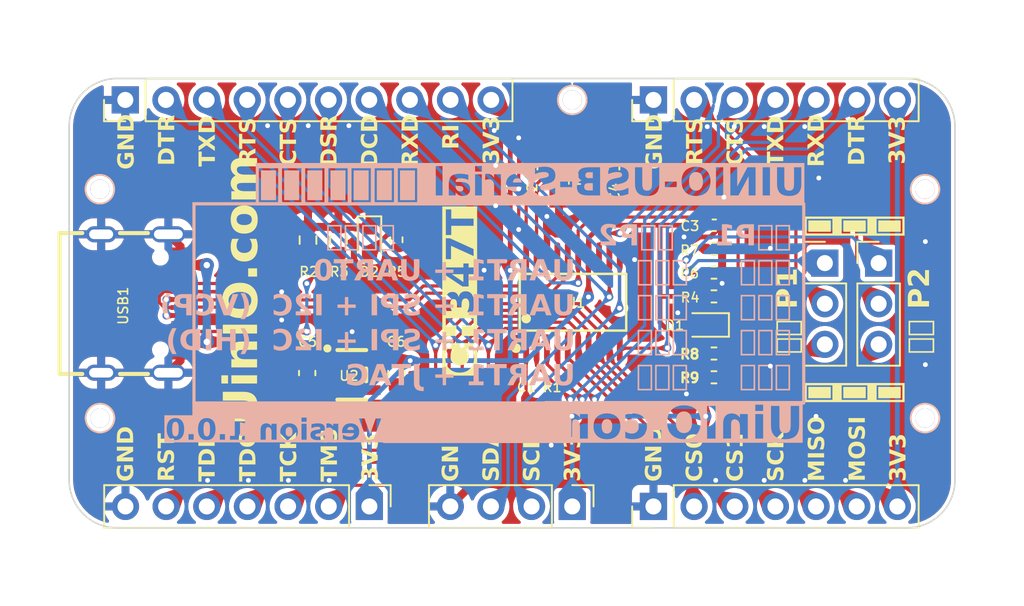
<source format=kicad_pcb>
(kicad_pcb (version 20221018) (generator pcbnew)
  (title_block (title "UINIO-USB-Serial") (date "2024-01-09") (rev "Version 1.0.0") (company "UinIO.com 电子技术实验室"))
  (layers (0 "F.Cu" signal) (31 "B.Cu" signal) (34 "B.Paste" user) (35 "F.Paste" user) (36 "B.SilkS" user "B.Silkscreen") (37 "F.SilkS" user "F.Silkscreen") (38 "B.Mask" user) (39 "F.Mask" user) (44 "Edge.Cuts" user))
  (net 0 "")
  (net 1 "Net-(U1-RST#)")
  (net 2 "GND")
  (net 3 "Net-(U1-XO)")
  (net 4 "Net-(U1-XI)")
  (net 5 "/VDD_3.3V")
  (net 6 "/VDD_5V")
  (net 7 "/DCD0{slash}IO4")
  (net 8 "Net-(D1-A)")
  (net 9 "Net-(D2-A)")
  (net 10 "/CTS0{slash}SCK{slash}TCK")
  (net 11 "/JTAG_TDI")
  (net 12 "/I2C_SDA")
  (net 13 "/JTAG_TDO")
  (net 14 "/DTR0{slash}IO5")
  (net 15 "/DSR0{slash}CS0{slash}TMS")
  (net 16 "/I2C_SCL")
  (net 17 "/CTS1{slash}IO6")
  (net 18 "/TXD1")
  (net 19 "/RXD1")
  (net 20 "/RTS1{slash}IO7")
  (net 21 "/DTR1")
  (net 22 "Net-(J5-Pin_1)")
  (net 23 "Net-(J5-Pin_3)")
  (net 24 "Net-(J6-Pin_1)")
  (net 25 "Net-(J6-Pin_3)")
  (net 26 "Net-(USB1-CC1)")
  (net 27 "Net-(USB1-CC2)")
  (net 28 "/USB_Data-")
  (net 29 "/USB_Data+")
  (footprint "Connector_PinHeader_2.54mm:PinHeader_1x10_P2.54mm_Vertical" (layer "F.Cu") (at 130.14 87.22 90)
    (fp_text reference "J2" hide)
    (fp_text value "Conn_01x10_Pin")
  )
  (footprint "Connector_PinHeader_2.54mm:PinHeader_1x03_P2.54mm_Vertical" (layer "F.Cu") (at 177.20973 97.415)
    (fp_text reference "J6" hide)
    (fp_text value "排针P2")
  )
  (footprint "Uinio:Hole-1mm" (layer "F.Cu") (at 128.55 92.8)
    (fp_text reference "HOLE**" hide)
    (fp_text value "Hole-1mm" hide)
  )
  (footprint "Resistor_SMD:R_0402_1005Metric" (layer "F.Cu") (at 166.92 103.065 180)
    (fp_text reference "R8")
    (fp_text value "4.7K")
  )
  (footprint "Connector_PinHeader_2.54mm:PinHeader_1x04_P2.54mm_Vertical" (layer "F.Cu") (at 158.065 112.62 -90)
    (fp_text reference "J3" hide)
    (fp_text value "Conn_01x04_Pin")
  )
  (footprint "Connector_PinHeader_2.54mm:PinHeader_1x07_P2.54mm_Vertical" (layer "F.Cu") (at 145.39 112.62 -90)
    (fp_text reference "J7" hide)
    (fp_text value "Conn_01x07_Pin")
  )
  (footprint "Connector_PinHeader_2.54mm:PinHeader_1x07_P2.54mm_Vertical" (layer "F.Cu") (at 163.14 87.22 90)
    (fp_text reference "J4" hide)
    (fp_text value "Conn_01x07_Pin")
  )
  (footprint "Capacitor_SMD:C_0603_1608Metric" (layer "F.Cu") (at 141.505 104.285 90)
    (fp_text reference "C5")
    (fp_text value "1uF")
  )
  (footprint "Uinio:SOT-23-5_L3.0-W1.7-P0.95-LS2.8-BR" (layer "F.Cu") (at 144.29 104.399 180)
    (fp_text reference "U2")
    (fp_text value "ME6211C33M5G")
  )
  (footprint "Capacitor_SMD:C_0402_1005Metric" (layer "F.Cu") (at 160.65 91.46 -90)
    (fp_text reference "C4")
    (fp_text value "20pF")
  )
  (footprint "Uinio:USB-C-SMD_TYPEC-304J-BCP16" (layer "F.Cu") (at 131.111 99.94 -90)
    (fp_text reference "USB1")
    (fp_text value "USB_Type_C_16Pin")
  )
  (footprint "Resistor_SMD:R_0402_1005Metric" (layer "F.Cu") (at 166.92 104.55 180)
    (fp_text reference "R9")
    (fp_text value "4.7K")
  )
  (footprint "Uinio:TSSOP-20_L6.5-W4.4-P0.65-LS6.4-BL" (layer "F.Cu") (at 158.111833 99.861)
    (fp_text reference "U1")
    (fp_text value "CH347T")
  )
  (footprint "Connector_PinHeader_2.54mm:PinHeader_1x07_P2.54mm_Vertical" (layer "F.Cu") (at 163.14 112.62 90)
    (fp_text reference "J1" hide)
    (fp_text value "Conn_01x07_Pin")
  )
  (footprint "LED_SMD:LED_0603_1608Metric" (layer "F.Cu") (at 166.37 101.28 180)
    (fp_text reference "D1")
    (fp_text value "LED Blue")
  )
  (footprint "Capacitor_SMD:C_0402_1005Metric" (layer "F.Cu") (at 155.18 106.44 -90)
    (fp_text reference "C1")
    (fp_text value "0.1uF")
  )
  (footprint "Resistor_SMD:R_0402_1005Metric" (layer "F.Cu") (at 166.92 99.495 180)
    (fp_text reference "R4")
    (fp_text value "2K")
  )
  (footprint "LED_SMD:LED_0603_1608Metric" (layer "F.Cu") (at 145.398332 95.9775 -90)
    (fp_text reference "D2")
    (fp_text value "LED_Red")
  )
  (footprint "Resistor_SMD:R_0402_1005Metric" (layer "F.Cu") (at 166.92 98.01)
    (fp_text reference "R6")
    (fp_text value "4.7K")
  )
  (footprint "Capacitor_SMD:C_0402_1005Metric" (layer "F.Cu") (at 166.94 95.05)
    (fp_text reference "C3")
    (fp_text value "0.1uF")
  )
  (footprint "Connector_PinHeader_2.54mm:PinHeader_1x03_P2.54mm_Vertical" (layer "F.Cu") (at 173.85 97.415)
    (fp_text reference "J5" hide)
    (fp_text value "排针P1")
  )
  (footprint "Capacitor_SMD:C_0603_1608Metric" (layer "F.Cu") (at 147.075 104.285 90)
    (fp_text reference "C6")
    (fp_text value "1uF")
  )
  (footprint "Resistor_SMD:R_0402_1005Metric" (layer "F.Cu") (at 166.92 96.525)
    (fp_text reference "R7")
    (fp_text value "4.7K")
  )
  (footprint "Uinio:Hole-1mm" (layer "F.Cu") (at 180.11 107.1)
    (fp_text reference "HOLE**" hide)
    (fp_text value "Hole-1mm" hide)
  )
  (footprint "Uinio:Hole-1mm" (layer "F.Cu") (at 180.11 92.8)
    (fp_text reference "HOLE**" hide)
    (fp_text value "Hole-1mm" hide)
  )
  (footprint "Uinio:Hole-1mm" (layer "F.Cu") (at 128.56 107.1)
    (fp_text reference "HOLE**" hide)
    (fp_text value "Hole-1mm" hide)
  )
  (footprint "Resistor_SMD:R_0603_1608Metric" (layer "F.Cu") (at 143.456666 95.9775 90)
    (fp_text reference "R3")
    (fp_text value "5.1K")
  )
  (footprint "Capacitor_SMD:C_0402_1005Metric" (layer "F.Cu") (at 155.53 91.46 90)
    (fp_text reference "C2")
    (fp_text value "20pF")
  )
  (footprint "Resistor_SMD:R_0402_1005Metric" (layer "F.Cu") (at 147.08 95.9575 -90)
    (fp_text reference "R5")
    (fp_text value "2K")
  )
  (footprint "Crystal:Crystal_SMD_3225-4Pin_3.2x2.5mm" (layer "F.Cu") (at 158.09 92.15 -90)
    (fp_text reference "Y1")
    (fp_text value "8MHz")
  )
  (footprint "Uinio:Hole-1mm" (layer "F.Cu") (at 158.065 87.22)
    (fp_text reference "HOLE**" hide)
    (fp_text value "Hole-1mm" hide)
  )
  (footprint "Resistor_SMD:R_0603_1608Metric" (layer "F.Cu") (at 141.555 95.9775 90)
    (fp_text reference "R2")
    (fp_text value "5.1K")
  )
  (footprint "Resistor_SMD:R_0402_1005Metric" (layer "F.Cu") (at 156.77 106.45 90)
    (fp_text reference "R1")
    (fp_text value "4.7K")
  )
  (gr_rect (start 146.31 106.2) (end 157.91 108.56) (stroke (width 0.2)) (fill solid) (layer "B.SilkS"))
  (gr_rect (start 134.43 106.19) (end 146.15 106.92) (stroke (width 0.2)) (fill solid) (layer "B.SilkS"))
  (gr_rect (start 134.43 93.71) (end 172.53 106.156) (stroke (width 0.2)) (fill none) (layer "B.SilkS"))
  (gr_line (start 129.63 85.88) (end 178.98 85.88) (stroke (width 0.1)) (layer "Edge.Cuts"))
  (gr_line (start 178.98 113.96) (end 129.63 113.96) (stroke (width 0.1)) (layer "Edge.Cuts"))
  (gr_arc (start 129.63 113.96) (mid 127.50868 113.08132) (end 126.63 110.96) (stroke (width 0.1)) (layer "Edge.Cuts"))
  (gr_line (start 181.98 88.88) (end 181.98 110.96) (stroke (width 0.1)) (layer "Edge.Cuts"))
  (gr_line (start 126.63 110.96) (end 126.63 88.88) (stroke (width 0.1)) (layer "Edge.Cuts"))
  (gr_arc (start 126.63 88.88) (mid 127.50868 86.75868) (end 129.63 85.88) (stroke (width 0.1)) (layer "Edge.Cuts"))
  (gr_arc (start 178.98 85.88) (mid 181.10132 86.75868) (end 181.98 88.88) (stroke (width 0.1)) (layer "Edge.Cuts"))
  (gr_arc (start 181.98 110.96) (mid 181.10132 113.08132) (end 178.98 113.96) (stroke (width 0.1)) (layer "Edge.Cuts"))
  (gr_text "排针P1    排针P2                    工作模式\n高电平     高电平      UART1 + UART0\n低电平     高电平      UART1 + SPI + I2C  (VCP)      \n高电平     低电平      UART1 + SPI + I2C  (HID)\n低电平     低电平      UART1 + JTAG  " (at 171.768 105.267) (layer "B.SilkS") (effects (font (size 1.3 1.3) (thickness 0.24) bold) (justify left bottom mirror)))
  (gr_text "Version 1.0.0" (at 146.14 108.67) (layer "B.SilkS" knockout) (effects (font (size 1.3 1.3) (thickness 0.15) bold) (justify left bottom mirror)))
  (gr_text "UinIO.com" (at 172.5 108.72) (layer "B.SilkS" knockout) (effects (font (size 2 2) (thickness 0.3) bold) (justify left bottom mirror)))
  (gr_text "UINIO-USB-Serial 串行协议转换器" (at 172.6 93.48) (layer "B.SilkS" knockout) (effects (font (size 1.725 1.725) (thickness 0.3) bold) (justify left bottom mirror)))
  (gr_text "RST" (at 133.346666 111.08 90) (layer "F.SilkS") (effects (font (size 1 1) (thickness 0.24) bold) (justify left bottom)))
  (gr_text "SCL" (at 156.183332 111.08 90) (layer "F.SilkS") (effects (font (size 1 1) (thickness 0.24) bold) (justify left bottom)))
  (gr_text "CTS" (at 140.976664 91.337244 90) (layer "F.SilkS") (effects (font (size 1 1) (thickness 0.24) bold) (justify left bottom)))
  (gr_text "UinIO.com" (at 138.73 107.5721 90) (layer "F.SilkS") (effects (font (size 2.1 2.1) (thickness 0.3) bold) (justify left bottom)))
  (gr_text "DCD" (at 146.049996 91.460342 90) (layer "F.SilkS") (effects (font (size 1 1) (thickness 0.24) bold) (justify left bottom)))
  (gr_text "TXD" (at 171.42 91.39 90) (layer "F.SilkS") (effects (font (size 1 1) (thickness 0.24) bold) (justify left bottom)))
  (gr_text "SCK" (at 171.429996 111.08 90) (layer "F.SilkS") (effects (font (size 1 1) (thickness 0.24) bold) (justify left bottom)))
  (gr_text "CTS" (at 168.89 91.337244 90) (layer "F.SilkS") (effects (font (size 1 1) (thickness 0.24) bold) (justify left bottom)))
  (gr_text "低\n电\n平" (at 178.585636 95.65 90) (layer "F.SilkS" knockout) (effects (font (size 1.3 1.3) (thickness 0.26) bold) (justify left bottom)))
  (gr_text "GND" (at 151.1 111.08 90) (layer "F.SilkS") (effects (font (size 1 1) (thickness 0.24) bold) (justify left bottom)))
  (gr_text "RTS" (at 166.36 91.300119 90) (layer "F.SilkS") (effects (font (size 1 1) (thickness 0.24) bold) (justify left bottom)))
  (gr_text "RXD" (at 148.586672 91.417356 90) (layer "F.SilkS") (effects (font (size 1 1) (thickness 0.24) bold) (justify left bottom)))
  (gr_text "CS1" (at 168.886664 111.08 90) (layer "F.SilkS") (effects (font (size 1 1) (thickness 0.24) bold) (justify left bottom)))
  (gr_text "MOSI" (at 176.51666 111.08 90) (layer "F.SilkS") (effects (font (size 1 1) (thickness 0.24) bold) (justify left bottom)))
  (gr_text "排针 P1" (at 172.32 103.108807 90) (layer "F.SilkS") (effects (font (size 1.3 1.3) (thickness 0.26) bold) (justify left bottom)))
  (gr_text "GND" (at 130.83 91.576602 90) (layer "F.SilkS") (effects (font (size 1 1) (thickness 0.24) bold) (justify left bottom)))
  (gr_text "TCK" (at 140.986664 111.08 90) (layer "F.SilkS") (effects (font (size 1 1) (thickness 0.24) bold) (justify left bottom)))
  (gr_text "GND" (at 163.83 91.576602 90) (layer "F.SilkS") (effects (font (size 1 1) (thickness 0.24) bold) (justify left bottom)))
  (gr_text "CH347T" (at 152.19 104.376964 90) (layer "F.SilkS" knockout) (effects (font (size 1.7 1.7) (thickness 0.3) bold) (justify left bottom)))
  (gr_text "TXD" (at 135.903332 91.39 90) (layer "F.SilkS") (effects (font (size 1 1) (thickness 0.24) bold) (justify left bottom)))
  (gr_text "TDI" (at 135.893332 111.08 90) (layer "F.SilkS") (effects (font (size 1 1) (thickness 0.24) bold) (justify left bottom)))
  (gr_text "RI" (at 151.123338 90.32 90) (layer "F.SilkS") (effects (font (size 1 1) (thickness 0.24) bold) (justify left bottom)))
  (gr_text "高\n电\n平" (at 178.585636 106.05 90) (layer "F.SilkS" knockout) (effects (font (size 1.3 1.3) (thickness 0.22) bold) (justify left bottom)))
  (gr_text "DSR" (at 143.510002 91.389024 90) (layer "F.SilkS") (effects (font (size 1 1) (thickness 0.24) bold) (justify left bottom)))
  (gr_text "3V3" (at 158.724998 111.08 90) (layer "F.SilkS") (effects (font (size 1 1) (thickness 0.24) bold) (justify left bottom)))
  (gr_text "3V3" (at 179.01 91.247363 90) (layer "F.SilkS") (effects (font (size 1 1) (thickness 0.24) bold) (justify left bottom)))
  (gr_text "3V3" (at 179.059996 111.08 90) (layer "F.SilkS") (effects (font (size 1 1) (thickness 0.24) bold) (justify left bottom)))
  (gr_text "RTS" (at 138.43667 91.300119 90) (layer "F.SilkS") (effects (font (size 1 1) (thickness 0.24) bold) (justify left bottom)))
  (gr_text "排针 P2" (at 180.58 103.108807 90) (layer "F.SilkS") (effects (font (size 1.3 1.3) (thickness 0.24) bold) (justify left bottom)))
  (gr_text "3V3" (at 146.08 111.08 90) (layer "F.SilkS") (effects (font (size 1 1) (thickness 0.24) bold) (justify left bottom)))
  (gr_text "CS0" (at 166.343332 111.08 90) (layer "F.SilkS") (effects (font (size 1 1) (thickness 0.24) bold) (justify left bottom)))
  (gr_text "SDA" (at 153.641666 111.08 90) (layer "F.SilkS") (effects (font (size 1 1) (thickness 0.24) bold) (justify left bottom)))
  (gr_text "RXD" (at 173.95 91.417356 90) (layer "F.SilkS") (effects (font (size 1 1) (thickness 0.24) bold) (justify left bottom)))
  (gr_text "DTR" (at 176.48 91.33529 90) (layer "F.SilkS") (effects (font (size 1 1) (thickness 0.24) bold) (justify left bottom)))
  (gr_text "TMS" (at 143.53333 111.08 90) (layer "F.SilkS") (effects (font (size 1 1) (thickness 0.24) bold) (justify left bottom)))
  (gr_text "GND" (at 130.8 111.08 90) (layer "F.SilkS") (effects (font (size 1 1) (thickness 0.24) bold) (justify left bottom)))
  (gr_text "MISO" (at 173.973328 111.08 90) (layer "F.SilkS") (effects (font (size 1 1) (thickness 0.24) bold) (justify left bottom)))
  (gr_text "3V3" (at 153.66 91.247363 90) (layer "F.SilkS") (effects (font (size 1 1) (thickness 0.24) bold) (justify left bottom)))
  (gr_text "TDO" (at 138.439998 111.08 90) (layer "F.SilkS") (effects (font (size 1 1) (thickness 0.24) bold) (justify left bottom)))
  (gr_text "DTR" (at 133.366666 91.33529 90) (layer "F.SilkS") (effects (font (size 1 1) (thickness 0.24) bold) (justify left bottom)))
  (gr_text "GND" (at 163.8 111.08 90) (layer "F.SilkS") (effects (font (size 1 1) (thickness 0.24) bold) (justify left bottom)))
  (segment (start 156.77 105.94) (end 155.2 105.94) (width 0.2) (layer "F.Cu") (net 1))
  (segment (start 155.18 105.96) (end 155.18 102.738833) (width 0.2) (layer "F.Cu") (net 1))
  (segment (start 133.592 103.503) (end 132.83 104.265) (width 0.5) (layer "F.Cu") (net 2))
  (segment (start 155.53 91.94) (end 154.72 91.13) (width 0.2) (layer "F.Cu") (net 2))
  (segment (start 156.486833 94.506833) (end 156.486833 96.99) (width 0.4) (layer "F.Cu") (net 2))
  (segment (start 141.505 105.06) (end 142.166 104.399) (width 0.5) (layer "F.Cu") (net 2))
  (segment (start 133.592 103.14) (end 133.592 103.503) (width 0.5) (layer "F.Cu") (net 2))
  (segment (start 165.05 95.78) (end 166.69 95.78) (width 0.3) (layer "F.Cu") (net 2))
  (segment (start 154.26 108.79) (end 156.75 108.79) (width 0.5) (layer "F.Cu") (net 2))
  (segment (start 142.166 104.399) (end 142.99 104.399) (width 0.5) (layer "F.Cu") (net 2))
  (segment (start 133.592 96.74) (end 133.592 96.377) (width 0.5) (layer "F.Cu") (net 2))
  (segment (start 166.69 95.78) (end 167.42 95.05) (width 0.3) (layer "F.Cu") (net 2))
  (segment (start 167.43 98.01) (end 167.43 98.68) (width 0.5) (layer "F.Cu") (net 2))
  (segment (start 150.445 112.605) (end 154.26 108.79) (width 0.5) (layer "F.Cu") (net 2))
  (segment (start 154.72 90.97) (end 154.72 89.59) (width 0.2) (layer "F.Cu") (net 2))
  (segment (start 133.592 96.377) (end 132.83 95.615) (width 0.5) (layer "F.Cu") (net 2))
  (segment (start 154.72 95.32) (end 154.72 90.97) (width 0.2) (layer "F.Cu") (net 2))
  (segment (start 154.72 91.13) (end 154.72 90.97) (width 0.2) (layer "F.Cu") (net 2))
  (segment (start 156.48 94.5) (end 156.486833 94.506833) (width 0.4) (layer "F.Cu") (net 2))
  (via (at 173.47 92.1) (size 0.5) (drill 0.3) (layers "F.Cu" "B.Cu") (net 2))
  (via (at 153.28 91.31) (size 0.5) (drill 0.3) (layers "F.Cu" "B.Cu") (net 2))
  (via (at 139.91 100.97) (size 0.5) (drill 0.3) (layers "F.Cu" "B.Cu") (net 2))
  (via (at 144.31 101.7) (size 0.5) (drill 0.3) (layers "F.Cu" "B.Cu") (net 2))
  (via (at 165.2 105.59) (size 0.5) (drill 0.3) (layers "F.Cu" "B.Cu") (net 2))
  (via (at 170.44 96.49) (size 0.5) (drill 0.3) (layers "F.Cu" "B.Cu") (net 2))
  (via (at 139.91 99.21) (size 0.5) (drill 0.3) (layers "F.Cu" "B.Cu") (net 2))
  (via (at 173.3 106.99) (size 0.5) (drill 0.3) (layers "F.Cu" "B.Cu") (net 2))
  (via (at 165.05 95.78) (size 0.7) (drill 0.3) (layers "F.Cu" "B.Cu") (net 2))
  (via (at 154.72 89.59) (size 0.5) (drill 0.3) (layers "F.Cu" "B.Cu") (net 2))
  (via (at 137.83 110.99) (size 0.5) (drill 0.3) (layers "F.Cu" "B.Cu") (net 2))
  (via (at 170.06 110.99) (size 0.5) (drill 0.3) (layers "F.Cu" "B.Cu") (net 2))
  (via (at 167.54 93.3) (size 0.7) (drill 0.3) (layers "F.Cu" "B.Cu") (net 2))
  (via (at 172.59 88.89) (size 0.5) (drill 0.3) (layers "F.Cu" "B.Cu") (net 2))
  (via (at 170.44 103.85) (size 0.5) (drill 0.3) (layers "F.Cu" "B.Cu") (net 2))
  (via (at 140.33 110.99) (size 0.5) (drill 0.3) (layers "F.Cu" "B.Cu") (net 2))
  (via (at 154.72 92.78) (size 0.5) (drill 0.3) (layers "F.Cu" "B.Cu") (net 2))
  (via (at 153.28 93.83) (size 0.5) (drill 0.3) (layers "F.Cu" "B.Cu") (net 2))
  (via (at 154.72 95.32) (size 0.5) (drill 0.3) (layers "F.Cu" "B.Cu") (net 2))
  (via (at 166.5 88.89) (size 0.5) (drill 0.3) (layers "F.Cu" "B.Cu") (net 2))
  (via (at 144.11 88.83) (size 0.5) (drill 0.3) (layers "F.Cu" "B.Cu") (net 2))
  (via (at 180.13 96.07) (size 0.5) (drill 0.3) (layers "F.Cu" "B.Cu") (net 2))
  (via (at 156.75 108.79) (size 0.7) (drill 0.3) (layers "F.Cu" "B.Cu") (net 2))
  (via (at 156.48 94.5) (size 0.7) (drill 0.3) (layers "F.Cu" "B.Cu") (net 2))
  (via (at 152.56 97.86) (size 0.5) (drill 0.3) (layers "F.Cu" "B.Cu") (net 2))
  (via (at 164.66 100.52) (size 0.5) (drill 0.3) (layers "F.Cu" "B.Cu") (net 2))
  (via (at 167.03 110.99) (size 0.5) (drill 0.3) (layers "F.Cu" "B.Cu") (net 2))
  (via (at 168.19 88.89) (size 0.5) (drill 0.3) (layers "F.Cu" "B.Cu") (net 2))
  (via (at 180.13 103.76) (size 0.5) (drill 0.3) (layers "F.Cu" "B.Cu") (net 2))
  (via (at 142.88 110.99) (size 0.5) (drill 0.3) (layers "F.Cu" "B.Cu") (net 2))
  (via (at 141.57 88.83) (size 0.5) (drill 0.3) (layers "F.Cu" "B.Cu") (net 2))
  (via (at 167.43 98.68) (size 0.5) (drill 0.3) (layers "F.Cu" "B.Cu") (net 2))
  (via (at 172.6 110.99) (size 0.5) (drill 0.3) (layers "F.Cu" "B.Cu") (net 2))
  (via (at 135.28 110.99) (size 0.5) (drill 0.3) (layers "F.Cu" "B.Cu") (net 2))
  (via (at 175.14 110.99) (size 0.5) (drill 0.3) (layers "F.Cu" "B.Cu") (net 2))
  (via (at 153.19 89.13) (size 0.7) (drill 0.3) (layers "F.Cu" "B.Cu") (net 2))
  (via (at 161.96 97.2) (size 0.5) (drill 0.3) (layers "F.Cu" "B.Cu") (net 2))
  (via (at 139.03 88.83) (size 0.5) (drill 0.3) (layers "F.Cu" "B.Cu") (net 2))
  (via (at 170.06 88.89) (size 0.5) (drill 0.3) (layers "F.Cu" "B.Cu") (net 2))
  (segment (start 165.06 95.78) (end 165.05 95.78) (width 0.3) (layer "B.Cu") (net 2))
  (segment (start 167.54 93.3) (end 165.06 95.78) (width 0.3) (layer "B.Cu") (net 2))
  (segment (start 155.186833 93.133167) (end 155.186833 96.99) (width 0.2) (layer "F.Cu") (net 3))
  (segment (start 157.24 91.08) (end 155.186833 93.133167) (width 0.2) (layer "F.Cu") (net 3))
  (segment (start 155.53 90.98) (end 157.17 90.98) (width 0.2) (layer "F.Cu") (net 3))
  (segment (start 158.94 93.25) (end 158.94 92.37) (width 0.2) (layer "F.Cu") (net 4))
  (segment (start 155.836833 92.973167) (end 155.836833 96.99) (width 0.2) (layer "F.Cu") (net 4))
  (segment (start 160.27 93.25) (end 158.94 93.25) (width 0.2) (layer "F.Cu") (net 4))
  (segment (start 158.94 92.37) (end 158.71 92.14) (width 0.2) (layer "F.Cu") (net 4))
  (segment (start 160.65 92.87) (end 160.27 93.25) (width 0.2) (layer "F.Cu") (net 4))
  (segment (start 158.71 92.14) (end 156.67 92.14) (width 0.2) (layer "F.Cu") (net 4))
  (segment (start 156.67 92.14) (end 155.836833 92.973167) (width 0.2) (layer "F.Cu") (net 4))
  (segment (start 160.65 91.94) (end 160.65 92.87) (width 0.2) (layer "F.Cu") (net 4))
  (segment (start 147.075 103.51) (end 147.94 103.51) (width 0.6) (layer "F.Cu") (net 5))
  (segment (start 167.27 109.18) (end 174.94 109.18) (width 0.3) (layer "F.Cu") (net 5))
  (segment (start 163.55 95.05) (end 166.46 95.05) (width 0.3) (layer "F.Cu") (net 5))
  (segment (start 166.41 103.065) (end 166.41 102.49) (width 0.3) (layer "F.Cu") (net 5))
  (segment (start 166.41 99.495) (end 163.55 99.495) (width 0.3) (layer "F.Cu") (net 5))
  (segment (start 174.94 109.18) (end 178.38 112.62) (width 0.3) (layer "F.Cu") (net 5))
  (segment (start 166.06 102.14) (end 164.56 102.14) (width 0.3) (layer "F.Cu") (net 5))
  (segment (start 164.56 102.14) (end 163.55 101.13) (width 0.3) (layer "F.Cu") (net 5))
  (segment (start 166.41 104.55) (end 166.41 106.99) (width 0.3) (layer "F.Cu") (net 5))
  (segment (start 166.41 103.065) (end 166.41 104.55) (width 0.3) (layer "F.Cu") (net 5))
  (segment (start 154.19 97.87) (end 152.7875 96.4675) (width 0.3) (layer "F.Cu") (net 5))
  (segment (start 158.05 106.98) (end 156.79 106.98) (width 0.3) (layer "F.Cu") (net 5))
  (segment (start 145.59 103.449) (end 147.014 103.449) (width 0.5) (layer "F.Cu") (net 5))
  (segment (start 159.086833 95.833167) (end 159.87 95.05) (width 0.3) (layer "F.Cu") (net 5))
  (segment (start 166.41 108.32) (end 167.27 109.18) (width 0.3) (layer "F.Cu") (net 5))
  (segment (start 154.19 97.87) (end 154.19 88.41) (width 0.3) (layer "F.Cu") (net 5))
  (segment (start 159.086833 96.99) (end 159.086833 95.833167) (width 0.3) (layer "F.Cu") (net 5))
  (segment (start 166.41 106.99) (end 166.41 108.32) (width 0.3) (layer "F.Cu") (net 5))
  (segment (start 163.55 101.13) (end 163.55 95.05) (width 0.3) (layer "F.Cu") (net 5))
  (segment (start 154.19 88.41) (end 153 87.22) (width 0.3) (layer "F.Cu") (net 5))
  (segment (start 152.7875 96.4675) (end 147.08 96.4675) (width 0.3) (layer "F.Cu") (net 5))
  (segment (start 163.55 99.495) (end 163.55 95.05) (width 0.3) (layer "F.Cu") (net 5))
  (segment (start 159.08 99.53) (end 159.08 96.996833) (width 0.3) (layer "F.Cu") (net 5))
  (segment (start 166.41 102.49) (end 166.06 102.14) (width 0.3) (layer "F.Cu") (net 5))
  (segment (start 159.87 95.05) (end 163.55 95.05) (width 0.3) (layer "F.Cu") (net 5))
  (via (at 154.19 97.87) (size 0.7) (drill 0.3) (layers "F.Cu" "B.Cu") (net 5))
  (via (at 158.05 106.98) (size 0.7) (drill 0.3) (layers "F.Cu" "B.Cu") (net 5))
  (via (at 159.08 99.53) (size 0.7) (drill 0.3) (layers "F.Cu" "B.Cu") (net 5))
  (via (at 147.94 103.51) (size 0.7) (drill 0.3) (layers "F.Cu" "B.Cu") (net 5))
  (via (at 166.41 106.99) (size 0.7) (drill 0.3) (layers "F.Cu" "B.Cu") (net 5))
  (segment (start 166.4 106.98) (end 166.41 106.99) (width 0.3) (layer "B.Cu") (net 5))
  (segment (start 155.19 103.51) (end 159.08 99.62) (width 0.3) (layer "B.Cu") (net 5))
  (segment (start 158.05 106.98) (end 158.065 106.995) (width 0.3) (layer "B.Cu") (net 5))
  (segment (start 153.832893 103.51) (end 154.13 103.51) (width 0.3) (layer "B.Cu") (net 5))
  (segment (start 147.94 103.51) (end 145.39 106.06) (width 0.3) (layer "B.Cu") (net 5))
  (segment (start 178.38 87.22) (end 178.38 112.62) (width 0.3) (layer "B.Cu") (net 5))
  (segment (start 158.05 106.98) (end 166.4 106.98) (width 0.3) (layer "B.Cu") (net 5))
  (segment (start 145.39 106.06) (end 145.39 112.62) (width 0.3) (layer "B.Cu") (net 5))
  (segment (start 159.08 99.62) (end 159.08 99.53) (width 0.3) (layer "B.Cu") (net 5))
  (segment (start 158.065 106.995) (end 158.065 112.62) (width 0.3) (layer "B.Cu") (net 5))
  (segment (start 154.13 103.51) (end 154.19 103.45) (width 0.3) (layer "B.Cu") (net 5))
  (segment (start 154.19 103.45) (end 154.19 97.87) (width 0.3) (layer "B.Cu") (net 5))
  (segment (start 153.832893 103.51) (end 155.19 103.51) (width 0.3) (layer "B.Cu") (net 5))
  (segment (start 147.94 103.51) (end 153.832893 103.51) (width 0.3) (layer "B.Cu") (net 5))
  (segment (start 140.335 102.34) (end 141.505 103.51) (width 0.5) (layer "F.Cu") (net 6))
  (segment (start 143.969 103.449) (end 142.99 103.449) (width 0.5) (layer "F.Cu") (net 6))
  (segment (start 142.929 103.51) (end 142.99 103.449) (width 0.5) (layer "F.Cu") (net 6))
  (segment (start 135.23 102.34) (end 140.335 102.34) (width 0.5) (layer "F.Cu") (net 6))
  (segment (start 144.29 103.77) (end 143.969 103.449) (width 0.5) (layer "F.Cu") (net 6))
  (segment (start 142.99 105.349) (end 143.991 105.349) (width 0.5) (layer "F.Cu") (net 6))
  (segment (start 141.505 103.51) (end 142.929 103.51) (width 0.5) (layer "F.Cu") (net 6))
  (segment (start 133.592 97.54) (end 135.23 97.54) (width 0.5) (layer "F.Cu") (net 6))
  (segment (start 143.991 105.349) (end 144.29 105.05) (width 0.5) (layer "F.Cu") (net 6))
  (segment (start 144.29 105.05) (end 144.29 103.77) (width 0.5) (layer "F.Cu") (net 6))
  (segment (start 133.592 102.34) (end 135.23 102.34) (width 0.5) (layer "F.Cu") (net 6))
  (via (at 135.23 97.54) (size 0.9) (drill 0.4) (layers "F.Cu" "B.Cu") (net 6))
  (via (at 135.23 102.34) (size 0.9) (drill 0.4) (layers "F.Cu" "B.Cu") (net 6))
  (segment (start 135.23 97.54) (end 135.23 102.34) (width 0.5) (layer "B.Cu") (net 6))
  (segment (start 158.436833 96.99) (end 158.436833 95.373167) (width 0.2) (layer "F.Cu") (net 7))
  (segment (start 168.43 101.03) (end 168.18 101.28) (width 0.2) (layer "F.Cu") (net 7))
  (segment (start 159.27 94.54) (end 168.23 94.54) (width 0.2) (layer "F.Cu") (net 7))
  (segment (start 168.18 101.28) (end 167.1575 101.28) (width 0.2) (layer "F.Cu") (net 7))
  (segment (start 168.23 94.54) (end 168.43 94.74) (width 0.2) (layer "F.Cu") (net 7))
  (segment (start 158.436833 98.653167) (end 158.436833 96.99) (width 0.2) (layer "F.Cu") (net 7))
  (segment (start 158.436833 95.373167) (end 159.27 94.54) (width 0.2) (layer "F.Cu") (net 7))
  (segment (start 168.43 94.74) (end 168.43 101.03) (width 0.2) (layer "F.Cu") (net 7))
  (via (at 158.436833 98.653167) (size 0.5) (drill 0.3) (layers "F.Cu" "B.Cu") (net 7))
  (segment (start 158.436833 98.653167) (end 156.833167 98.653167) (width 0.2) (layer "B.Cu") (net 7))
  (segment (start 156.833167 98.653167) (end 145.4 87.22) (width 0.2) (layer "B.Cu") (net 7))
  (segment (start 165.645 101.28) (end 167.43 99.495) (width 0.2) (layer "F.Cu") (net 8))
  (segment (start 147.08 95.4475) (end 146.715832 95.4475) (width 0.3) (layer "F.Cu") (net 9))
  (segment (start 146.715832 95.4475) (end 145.398332 96.765) (width 0.3) (layer "F.Cu") (net 9))
  (segment (start 158.436833 103.31123) (end 158.928603 103.803) (width 0.2) (layer "F.Cu") (net 10))
  (segment (start 142.39 110.54) (end 149.53 110.54) (width 0.2) (layer "F.Cu") (net 10))
  (segment (start 158.436833 101.666833) (end 158.436833 102.732) (width 0.2) (layer "F.Cu") (net 10))
  (segment (start 149.53 110.54) (end 152.01 108.06) (width 0.2) (layer "F.Cu") (net 10))
  (segment (start 152.01 108.06) (end 152.01 102.56) (width 0.2) (layer "F.Cu") (net 10))
  (segment (start 140.31 112.62) (end 142.39 110.54) (width 0.2) (layer "F.Cu") (net 10))
  (segment (start 153.46 101.11) (end 157.88 101.11) (width 0.2) (layer "F.Cu") (net 10))
  (segment (start 157.88 101.11) (end 158.436833 101.666833) (width 0.2) (layer "F.Cu") (net 10))
  (segment (start 158.928603 103.803) (end 158.943 103.803) (width 0.2) (layer "F.Cu") (net 10))
  (segment (start 158.943 103.803) (end 167.76 112.62) (width 0.2) (layer "F.Cu") (net 10))
  (segment (start 152.01 102.56) (end 153.46 101.11) (width 0.2) (layer "F.Cu") (net 10))
  (via (at 152.0125 102.56) (size 0.5) (drill 0.3) (layers "F.Cu" "B.Cu") (net 10))
  (segment (start 152.0125 102.56) (end 140.3 90.8475) (width 0.2) (layer "B.Cu") (net 10))
  (segment (start 140.3 90.8475) (end 140.3 87.22) (width 0.2) (layer "B.Cu") (net 10))
  (segment (start 150.37 107.42) (end 148.68 109.11) (width 0.2) (layer "F.Cu") (net 11))
  (segment (start 166.53 110.13) (end 170.81 110.13) (width 0.2) (layer "F.Cu") (net 11))
  (segment (start 158.43 100.37) (end 152.54 100.37) (width 0.2) (layer "F.Cu") (net 11))
  (segment (start 148.68 109.11) (end 138.74 109.11) (width 0.2) (layer "F.Cu") (net 11))
  (segment (start 170.81 110.13) (end 173.3 112.62) (width 0.2) (layer "F.Cu") (net 11))
  (segment (start 152.54 100.37) (end 150.37 102.54) (width 0.2) (layer "F.Cu") (net 11))
  (segment (start 159.736833 103.336833) (end 166.53 110.13) (width 0.2) (layer "F.Cu") (net 11))
  (segment (start 138.74 109.11) (end 135.23 112.62) (width 0.2) (layer "F.Cu") (net 11))
  (segment (start 159.736833 101.676833) (end 158.43 100.37) (width 0.2) (layer "F.Cu") (net 11))
  (segment (start 150.37 102.54) (end 150.37 107.42) (width 0.2) (layer "F.Cu") (net 11))
  (segment (start 159.736833 102.732) (end 159.736833 101.676833) (width 0.2) (layer "F.Cu") (net 11))
  (via (at 150.3575 102.56) (size 0.5) (drill 0.3) (layers "F.Cu" "B.Cu") (net 11))
  (segment (start 150.3575 102.56) (end 150.343603 102.56) (width 0.2) (layer "B.Cu") (net 11))
  (segment (start 150.343603 102.56) (end 135.22 87.436397) (width 0.2) (layer "B.Cu") (net 11))
  (segment (start 160.38 99.53) (end 160.38 96.996833) (width 0.2) (layer "F.Cu") (net 12))
  (via (at 160.38 99.53) (size 0.5) (drill 0.3) (layers "F.Cu" "B.Cu") (net 12))
  (segment (start 160.38 99.53) (end 148.07 87.22) (width 0.2) (layer "B.Cu") (net 12))
  (segment (start 160.38 99.53) (end 154.06 105.85) (width 0.2) (layer "B.Cu") (net 12))
  (segment (start 154.06 105.85) (end 154.06 111.54) (width 0.2) (layer "B.Cu") (net 12))
  (segment (start 154.06 111.54) (end 152.985 112.615) (width 0.2) (layer "B.Cu") (net 12))
  (segment (start 168.68 110.54) (end 170.76 112.62) (width 0.2) (layer "F.Cu") (net 13))
  (segment (start 159.086833 102.732) (end 159.086833 101.686833) (width 0.2) (layer "F.Cu") (net 13))
  (segment (start 153.01 100.74) (end 151.19 102.56) (width 0.2) (layer "F.Cu") (net 13))
  (segment (start 151.19 107.76) (end 149.09 109.86) (width 0.2) (layer "F.Cu") (net 13))
  (segment (start 166.31 110.54) (end 168.68 110.54) (width 0.2) (layer "F.Cu") (net 13))
  (segment (start 159.086833 103.316833) (end 166.31 110.54) (width 0.2) (layer "F.Cu") (net 13))
  (segment (start 159.086833 101.686833) (end 158.14 100.74) (width 0.2) (layer "F.Cu") (net 13))
  (segment (start 149.09 109.86) (end 140.53 109.86) (width 0.2) (layer "F.Cu") (net 13))
  (segment (start 158.14 100.74) (end 153.01 100.74) (width 0.2) (layer "F.Cu") (net 13))
  (segment (start 140.53 109.86) (end 137.77 112.62) (width 0.2) (layer "F.Cu") (net 13))
  (segment (start 151.19 102.56) (end 151.19 107.76) (width 0.2) (layer "F.Cu") (net 13))
  (via (at 151.185 102.56) (size 0.5) (drill 0.3) (layers "F.Cu" "B.Cu") (net 13))
  (segment (start 151.185 102.56) (end 137.76 89.135) (width 0.2) (layer "B.Cu") (net 13))
  (segment (start 137.76 89.135) (end 137.76 87.22) (width 0.2) (layer "B.Cu") (net 13))
  (segment (start 149.53 102.56) (end 149.53 102.53) (width 0.2) (layer "F.Cu") (net 14))
  (segment (start 149.53 107.16) (end 148.34 108.35) (width 0.2) (layer "F.Cu") (net 14))
  (segment (start 149.53 102.56) (end 149.53 107.16) (width 0.2) (layer "F.Cu") (net 14))
  (segment (start 158.68 99.95) (end 160.386833 101.656833) (width 0.2) (layer "F.Cu") (net 14))
  (segment (start 149.53 102.53) (end 152.11 99.95) (width 0.2) (layer "F.Cu") (net 14))
  (segment (start 148.34 108.35) (end 136.96 108.35) (width 0.2) (layer "F.Cu") (net 14))
  (segment (start 160.386833 101.656833) (end 160.386833 102.732) (width 0.2) (layer "F.Cu") (net 14))
  (segment (start 152.11 99.95) (end 158.68 99.95) (width 0.2) (layer "F.Cu") (net 14))
  (segment (start 136.96 108.35) (end 132.69 112.62) (width 0.2) (layer "F.Cu") (net 14))
  (segment (start 160.386833 103.396833) (end 166.69 109.7) (width 0.2) (layer "F.Cu") (net 14))
  (segment (start 172.92 109.7) (end 175.84 112.62) (width 0.2) (layer "F.Cu") (net 14))
  (segment (start 166.69 109.7) (end 172.92 109.7) (width 0.2) (layer "F.Cu") (net 14))
  (via (at 149.53 102.56) (size 0.5) (drill 0.3) (layers "F.Cu" "B.Cu") (net 14))
  (segment (start 135.73 88.72) (end 134.18 88.72) (width 0.2) (layer "B.Cu") (net 14))
  (segment (start 149.53 102.52) (end 135.73 88.72) (width 0.2) (layer "B.Cu") (net 14))
  (segment (start 149.53 102.56) (end 149.53 102.52) (width 0.2) (layer "B.Cu") (net 14))
  (segment (start 134.18 88.72) (end 132.68 87.22) (width 0.2) (layer "B.Cu") (net 14))
  (segment (start 152.83 102.54) (end 152.83 108.37) (width 0.2) (layer "F.Cu") (net 15))
  (segment (start 158.283 103.803) (end 158.278603 103.803) (width 0.2) (layer "F.Cu") (net 15))
  (segment (start 153.87 101.5) (end 152.83 102.54) (width 0.2) (layer "F.Cu") (net 15))
  (segment (start 165.68 111.2) (end 158.283 103.803) (width 0.2) (layer "F.Cu") (net 15))
  (segment (start 157.55 101.5) (end 153.87 101.5) (width 0.2) (layer "F.Cu") (net 15))
  (segment (start 165.68 112.62) (end 165.68 111.2) (width 0.2) (layer "F.Cu") (net 15))
  (segment (start 157.786833 102.732) (end 157.786833 101.736833) (width 0.2) (layer "F.Cu") (net 15))
  (segment (start 158.278603 103.803) (end 157.786833 103.31123) (width 0.2) (layer "F.Cu") (net 15))
  (segment (start 152.83 108.37) (end 149.9 111.3) (width 0.2) (layer "F.Cu") (net 15))
  (segment (start 149.9 111.3) (end 144.17 111.3) (width 0.2) (layer "F.Cu") (net 15))
  (segment (start 144.17 111.3) (end 142.85 112.62) (width 0.2) (layer "F.Cu") (net 15))
  (segment (start 157.786833 101.736833) (end 157.55 101.5) (width 0.2) (layer "F.Cu") (net 15))
  (via (at 152.84 102.56) (size 0.5) (drill 0.3) (layers "F.Cu" "B.Cu") (net 15))
  (segment (start 152.84 102.56) (end 142.84 92.56) (width 0.2) (layer "B.Cu") (net 15))
  (segment (start 142.84 92.56) (end 142.84 87.22) (width 0.2) (layer "B.Cu") (net 15))
  (segment (start 161.02 100.23) (end 161.02 97.006833) (width 0.2) (layer "F.Cu") (net 16))
  (via (at 161.02 100.23) (size 0.5) (drill 0.3) (layers "F.Cu" "B.Cu") (net 16))
  (segment (start 161.02 100.23) (end 161.02 97.78) (width 0.2) (layer "B.Cu") (net 16))
  (segment (start 161.02 100.23) (end 160.99 100.23) (width 0.2) (layer "B.Cu") (net 16))
  (segment (start 154.53 111.54) (end 155.525 112.535) (width 0.2) (layer "B.Cu") (net 16))
  (segment (start 161.02 97.78) (end 150.46 87.22) (width 0.2) (layer "B.Cu") (net 16))
  (segment (start 160.99 100.23) (end 154.53 106.69) (width 0.2) (layer "B.Cu") (net 16))
  (segment (start 154.53 106.69) (end 154.53 111.54) (width 0.2) (layer "B.Cu") (net 16))
  (segment (start 157.95 105.93) (end 155.836833 103.816833) (width 0.2) (layer "F.Cu") (net 17))
  (segment (start 157.95 105.94) (end 157.95 105.93) (width 0.2) (layer "F.Cu") (net 17))
  (segment (start 155.836833 103.816833) (end 155.836833 102.732) (width 0.2) (layer "F.Cu") (net 17))
  (via (at 157.95 105.94) (size 0.5) (drill 0.3) (layers "F.Cu" "B.Cu") (net 17))
  (segment (start 157.95 105.94) (end 157.96 105.94) (width 0.2) (layer "B.Cu") (net 17))
  (segment (start 157.96 105.94) (end 162.59 101.31) (width 0.2) (layer "B.Cu") (net 17))
  (segment (start 167.2 90.1) (end 167.2 88.24) (width 0.2) (layer "B.Cu") (net 17))
  (segment (start 162.59 101.31) (end 162.59 94.71) (width 0.2) (layer "B.Cu") (net 17))
  (segment (start 167.2 88.24) (end 168.22 87.22) (width 0.2) (layer "B.Cu") (net 17))
  (segment (start 162.59 94.71) (end 167.2 90.1) (width 0.2) (layer "B.Cu") (net 17))
  (segment (start 158.69 105.93) (end 156.486833 103.726833) (width 0.2) (layer "F.Cu") (net 18))
  (segment (start 158.69 105.94) (end 158.69 105.93) (width 0.2) (layer "F.Cu") (net 18))
  (segment (start 156.486833 103.726833) (end 156.486833 102.732) (width 0.2) (layer "F.Cu") (net 18))
  (via (at 158.69 105.94) (size 0.5) (drill 0.3) (layers "F.Cu" "B.Cu") (net 18))
  (segment (start 163.06 101.56) (end 163.06 94.92) (width 0.2) (layer "B.Cu") (net 18))
  (segment (start 163.06 94.92) (end 170.76 87.22) (width 0.2) (layer "B.Cu") (net 18))
  (segment (start 158.69 105.93) (end 163.06 101.56) (width 0.2) (layer "B.Cu") (net 18))
  (segment (start 158.69 105.94) (end 158.69 105.93) (width 0.2) (layer "B.Cu") (net 18))
  (segment (start 157.136833 103.616833) (end 157.136833 102.732) (width 0.2) (layer "F.Cu") (net 19))
  (segment (start 159.46 105.94) (end 157.136833 103.616833) (width 0.2) (layer "F.Cu") (net 19))
  (via (at 159.46 105.94) (size 0.5) (drill 0.3) (layers "F.Cu" "B.Cu") (net 19))
  (segment (start 170.65 89.87) (end 173.3 87.22) (width 0.2) (layer "B.Cu") (net 19))
  (segment (start 163.54 95.07) (end 168.74 89.87) (width 0.2) (layer "B.Cu") (net 19))
  (segment (start 168.74 89.87) (end 170.65 89.87) (width 0.2) (layer "B.Cu") (net 19))
  (segment (start 159.462083 105.922083) (end 159.462083 105.917917) (width 0.2) (layer "B.Cu") (net 19))
  (segment (start 163.54 101.84) (end 163.54 95.07) (width 0.2) (layer "B.Cu") (net 19))
  (segment (start 159.462083 105.917917) (end 163.54 101.84) (width 0.2) (layer "B.Cu") (net 19))
  (segment (start 160.488333 95.5495) (end 159.736833 96.301) (width 0.2) (layer "F.Cu") (net 20))
  (segment (start 165.68 87.22) (end 172.04 93.58) (width 0.2) (layer "F.Cu") (net 20))
  (segment (start 172.04 93.58) (end 172.04 98.145) (width 0.2) (layer "F.Cu") (net 20))
  (segment (start 161.05 95.5495) (end 160.488333 95.5495) (width 0.2) (layer "F.Cu") (net 20))
  (segment (start 172.04 98.145) (end 173.85 99.955) (width 0.2) (layer "F.Cu") (net 20))
  (via (at 161.05 95.5495) (size 0.5) (drill 0.3) (layers "F.Cu" "B.Cu") (net 20))
  (segment (start 165.68 90.92) (end 165.68 87.22) (width 0.2) (layer "B.Cu") (net 20))
  (segment (start 161.05 95.5495) (end 161.6695 94.93) (width 0.2) (layer "B.Cu") (net 20))
  (segment (start 161.6695 94.93) (end 161.67 94.93) (width 0.2) (layer "B.Cu") (net 20))
  (segment (start 161.67 94.93) (end 165.68 90.92) (width 0.2) (layer "B.Cu") (net 20))
  (segment (start 175.84 98.58527) (end 177.20973 99.955) (width 0.2) (layer "F.Cu") (net 21))
  (segment (start 175.84 87.22) (end 175.84 98.58527) (width 0.2) (layer "F.Cu") (net 21))
  (segment (start 164.01 102.71) (end 163.988 102.732) (width 0.2) (layer "F.Cu") (net 21))
  (segment (start 163.988 102.732) (end 161.036833 102.732) (width 0.2) (layer "F.Cu") (net 21))
  (via (at 164.01 102.71) (size 0.5) (drill 0.3) (layers "F.Cu" "B.Cu") (net 21))
  (segment (start 168.98 90.28) (end 172.77 90.28) (width 0.2) (layer "B.Cu") (net 21))
  (segment (start 172.77 90.28) (end 175.83 87.22) (width 0.2) (layer "B.Cu") (net 21))
  (segment (start 164.01 95.25) (end 168.98 90.28) (width 0.2) (layer "B.Cu") (net 21))
  (segment (start 164.01 102.71) (end 164.01 95.25) (width 0.2) (layer "B.Cu") (net 21))
  (segment (start 165.21 98.01) (end 165.2 98) (width 0.2) (layer "F.Cu") (net 22))
  (segment (start 166.41 98.01) (end 165.21 98.01) (width 0.2) (layer "F.Cu") (net 22))
  (via (at 165.2 98) (size 0.5) (drill 0.3) (layers "F.Cu" "B.Cu") (net 22))
  (segment (start 165.94 97.26) (end 173.695 97.26) (width 0.2) (layer "B.Cu") (net 22))
  (segment (start 165.2 98) (end 165.94 97.26) (width 0.2) (layer "B.Cu") (net 22))
  (segment (start 173.28 103.065) (end 173.85 102.495) (width 0.2) (layer "F.Cu") (net 23))
  (segment (start 167.43 103.065) (end 173.28 103.065) (width 0.2) (layer "F.Cu") (net 23))
  (segment (start 165.885 96.525) (end 165.19 97.22) (width 0.2) (layer "F.Cu") (net 24))
  (segment (start 166.41 96.525) (end 165.885 96.525) (width 0.2) (layer "F.Cu") (net 24))
  (via (at 165.19 97.22) (size 0.5) (drill 0.3) (layers "F.Cu" "B.Cu") (net 24))
  (segment (start 175.57473 95.78) (end 177.20973 97.415) (width 0.2) (layer "B.Cu") (net 24))
  (segment (start 166.63 95.78) (end 175.57473 95.78) (width 0.2) (layer "B.Cu") (net 24))
  (segment (start 165.19 97.22) (end 166.63 95.78) (width 0.2) (layer "B.Cu") (net 24))
  (segment (start 167.43 104.55) (end 175.15473 104.55) (width 0.2) (layer "F.Cu") (net 25))
  (segment (start 175.15473 104.55) (end 177.20973 102.495) (width 0.2) (layer "F.Cu") (net 25))
  (segment (start 133.592 98.69) (end 139.6675 98.69) (width 0.2) (layer "F.Cu") (net 26))
  (segment (start 139.6675 98.69) (end 141.555 96.8025) (width 0.2) (layer "F.Cu") (net 26))
  (segment (start 141.48 101.69) (end 133.592 101.69) (width 0.2) (layer "F.Cu") (net 27))
  (segment (start 141.48 98.69) (end 143.3675 96.8025) (width 0.2) (layer "F.Cu") (net 27))
  (via (at 141.48 98.69) (size 0.5) (drill 0.3) (layers "F.Cu" "B.Cu") (net 27))
  (via (at 141.48 101.69) (size 0.5) (drill 0.3) (layers "F.Cu" "B.Cu") (net 27))
  (segment (start 141.48 98.69) (end 141.48 101.69) (width 0.2) (layer "B.Cu") (net 27))
  (segment (start 148.0732 100.165) (end 148.9432 99.295) (width 0.2) (layer "F.Cu") (net 28))
  (segment (start 132.26 99.503603) (end 132.26 99.876397) (width 0.2) (layer "F.Cu") (net 28))
  (segment (start 156.7332 99.295) (end 157.686833 98.341367) (width 0.2) (layer "F.Cu") (net 28))
  (segment (start 148.9432 99.295) (end 156.7332 99.295) (width 0.2) (layer "F.Cu") (net 28))
  (segment (start 157.686833 98.341367) (end 157.686833 97.961) (width 0.2) (layer "F.Cu") (net 28))
  (segment (start 132.26 99.876397) (end 132.573603 100.19) (width 0.2) (layer "F.Cu") (net 28))
  (segment (start 134.454501 100.19) (end 134.479501 100.165) (width 0.2) (layer "F.Cu") (net 28))
  (segment (start 132.573603 100.19) (end 133.592 100.19) (width 0.2) (layer "F.Cu") (net 28))
  (segment (start 134.479501 100.165) (end 148.0732 100.165) (width 0.2) (layer "F.Cu") (net 28))
  (segment (start 133.592 99.19) (end 132.573603 99.19) (width 0.2) (layer "F.Cu") (net 28))
  (segment (start 157.686833 97.961) (end 157.786833 97.861) (width 0.2) (layer "F.Cu") (net 28))
  (segment (start 132.573603 99.19) (end 132.26 99.503603) (width 0.2) (layer "F.Cu") (net 28))
  (segment (start 157.786833 97.861) (end 157.786833 96.99) (width 0.2) (layer "F.Cu") (net 28))
  (segment (start 133.592 100.19) (end 134.454501 100.19) (width 0.2) (layer "F.Cu") (net 28))
  (segment (start 133.592 99.69) (end 134.454501 99.69) (width 0.2) (layer "F.Cu") (net 29))
  (segment (start 134.479501 99.715) (end 147.8868 99.715) (width 0.2) (layer "F.Cu") (net 29))
  (segment (start 133.592 99.69) (end 132.71 99.69) (width 0.2) (layer "F.Cu") (net 29))
  (segment (start 157.136833 97.861) (end 157.136833 96.99) (width 0.2) (layer "F.Cu") (net 29))
  (segment (start 134.454501 99.69) (end 134.479501 99.715) (width 0.2) (layer "F.Cu") (net 29))
  (segment (start 156.5468 98.845) (end 157.236833 98.154967) (width 0.2) (layer "F.Cu") (net 29))
  (segment (start 147.8868 99.715) (end 148.7568 98.845) (width 0.2) (layer "F.Cu") (net 29))
  (segment (start 157.236833 97.961) (end 157.136833 97.861) (width 0.2) (layer "F.Cu") (net 29))
  (segment (start 157.236833 98.154967) (end 157.236833 97.961) (width 0.2) (layer "F.Cu") (net 29))
  (segment (start 148.7568 98.845) (end 156.5468 98.845) (width 0.2) (layer "F.Cu") (net 29))
  (segment (start 132.71 100.69) (end 133.592 100.69) (width 0.2) (layer "F.Cu") (net 29))
  (via (at 132.71 100.69) (size 0.5) (drill 0.3) (layers "F.Cu" "B.Cu") (net 29))
  (via (at 132.71 99.69) (size 0.5) (drill 0.3) (layers "F.Cu" "B.Cu") (net 29))
  (segment (start 132.71 99.69) (end 132.71 100.69) (width 0.2) (layer "B.Cu") (net 29))
  (zone (net 2) (net_name "GND") (layers "F&B.Cu") (connect_pads (clearance 0.3)) (min_thickness 0.2) (fill yes (thermal_gap 0.5) (thermal_bridge_width 0.5))
    (polygon (pts (xy 122.31 81.8) (xy 186.31 81.8) (xy 186.31 117.8) (xy 122.31 117.8)))
  )
)
</source>
